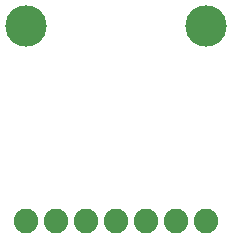
<source format=gbr>
G04 EAGLE Gerber RS-274X export*
G75*
%MOMM*%
%FSLAX34Y34*%
%LPD*%
%INSoldermask Bottom*%
%IPPOS*%
%AMOC8*
5,1,8,0,0,1.08239X$1,22.5*%
G01*
%ADD10C,2.082800*%
%ADD11C,3.505200*%


D10*
X25400Y12700D03*
X50800Y12700D03*
X76200Y12700D03*
X101600Y12700D03*
X127000Y12700D03*
X152400Y12700D03*
X177800Y12700D03*
D11*
X25400Y177800D03*
X177800Y177800D03*
M02*

</source>
